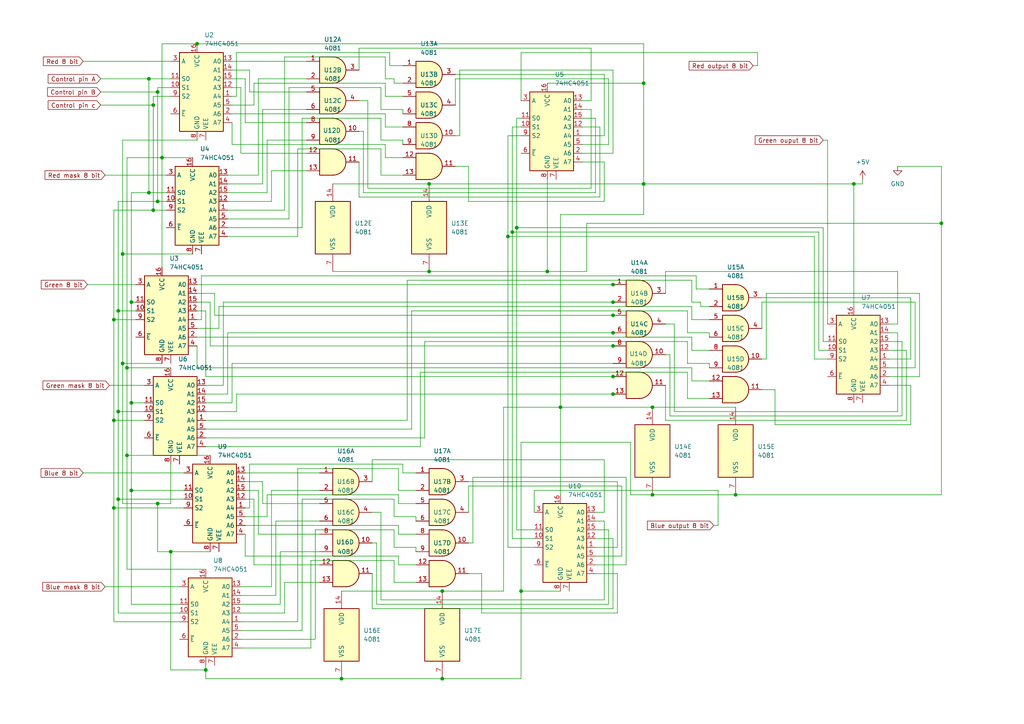
<source format=kicad_sch>
(kicad_sch (version 20250114) (generator "eeschema") (generator_version "9.0")
  (paper "A4")
  (lib_symbols
    (symbol "4xxx:4081" (pin_names (offset 1.016))
      (property "Reference" "U" (at 0 1.27 0))
      (property "Value" "4081" (at 0 -1.27 0))
      (symbol "4081_1_1"
        (arc (start 0 3.81) (mid 3.7934 0) (end 0 -3.81) (stroke (width 0.254)) (fill (type background)))
        (polyline (pts (xy 0 3.81) (xy -3.81 3.81) (xy -3.81 -3.81) (xy 0 -3.81)) (stroke (width 0.254)) (fill (type background)))
        (pin input line (at -7.62 2.54 0) (length 3.81) (name "~") (number "1"))
        (pin input line (at -7.62 -2.54 0) (length 3.81) (name "~") (number "2"))
        (pin output line (at 7.62 0 180) (length 3.81) (name "~") (number "3"))
      )
      (symbol "4081_1_2"
        (arc (start -3.81 3.81) (mid -2.589 0) (end -3.81 -3.81) (stroke (width 0.254)))
        (polyline (pts (xy -3.81 3.81) (xy -0.635 3.81)) (stroke (width 0.254)) (fill (type background)))
        (polyline (pts (xy -3.81 -3.81) (xy -0.635 -3.81)) (stroke (width 0.254)) (fill (type background)))
        (arc (start 3.81 0) (mid 2.1855 -2.584) (end -0.6096 -3.81) (stroke (width 0.254)) (fill (type background)))
        (arc (start -0.6096 3.81) (mid 2.1928 2.5924) (end 3.81 0) (stroke (width 0.254)) (fill (type background)))
        (polyline (pts (xy -0.635 3.81) (xy -3.81 3.81) (xy -3.81 3.81) (xy -3.556 3.4036) (xy -3.0226 2.2606) (xy -2.6924 1.0414) (xy -2.6162 -0.254) (xy -2.7686 -1.4986) (xy -3.175 -2.7178) (xy -3.81 -3.81) (xy -3.81 -3.81) (xy -0.635 -3.81)) (stroke (width -25.4)) (fill (type background)))
        (pin input inverted (at -7.62 2.54 0) (length 4.318) (name "~") (number "1"))
        (pin input inverted (at -7.62 -2.54 0) (length 4.318) (name "~") (number "2"))
        (pin output inverted (at 7.62 0 180) (length 3.81) (name "~") (number "3"))
      )
      (symbol "4081_2_1"
        (arc (start 0 3.81) (mid 3.7934 0) (end 0 -3.81) (stroke (width 0.254)) (fill (type background)))
        (polyline (pts (xy 0 3.81) (xy -3.81 3.81) (xy -3.81 -3.81) (xy 0 -3.81)) (stroke (width 0.254)) (fill (type background)))
        (pin input line (at -7.62 2.54 0) (length 3.81) (name "~") (number "5"))
        (pin input line (at -7.62 -2.54 0) (length 3.81) (name "~") (number "6"))
        (pin output line (at 7.62 0 180) (length 3.81) (name "~") (number "4"))
      )
      (symbol "4081_2_2"
        (arc (start -3.81 3.81) (mid -2.589 0) (end -3.81 -3.81) (stroke (width 0.254)))
        (polyline (pts (xy -3.81 3.81) (xy -0.635 3.81)) (stroke (width 0.254)) (fill (type background)))
        (polyline (pts (xy -3.81 -3.81) (xy -0.635 -3.81)) (stroke (width 0.254)) (fill (type background)))
        (arc (start 3.81 0) (mid 2.1855 -2.584) (end -0.6096 -3.81) (stroke (width 0.254)) (fill (type background)))
        (arc (start -0.6096 3.81) (mid 2.1928 2.5924) (end 3.81 0) (stroke (width 0.254)) (fill (type background)))
        (polyline (pts (xy -0.635 3.81) (xy -3.81 3.81) (xy -3.81 3.81) (xy -3.556 3.4036) (xy -3.0226 2.2606) (xy -2.6924 1.0414) (xy -2.6162 -0.254) (xy -2.7686 -1.4986) (xy -3.175 -2.7178) (xy -3.81 -3.81) (xy -3.81 -3.81) (xy -0.635 -3.81)) (stroke (width -25.4)) (fill (type background)))
        (pin input inverted (at -7.62 2.54 0) (length 4.318) (name "~") (number "5"))
        (pin input inverted (at -7.62 -2.54 0) (length 4.318) (name "~") (number "6"))
        (pin output inverted (at 7.62 0 180) (length 3.81) (name "~") (number "4"))
      )
      (symbol "4081_3_1"
        (arc (start 0 3.81) (mid 3.7934 0) (end 0 -3.81) (stroke (width 0.254)) (fill (type background)))
        (polyline (pts (xy 0 3.81) (xy -3.81 3.81) (xy -3.81 -3.81) (xy 0 -3.81)) (stroke (width 0.254)) (fill (type background)))
        (pin input line (at -7.62 2.54 0) (length 3.81) (name "~") (number "8"))
        (pin input line (at -7.62 -2.54 0) (length 3.81) (name "~") (number "9"))
        (pin output line (at 7.62 0 180) (length 3.81) (name "~") (number "10"))
      )
      (symbol "4081_3_2"
        (arc (start -3.81 3.81) (mid -2.589 0) (end -3.81 -3.81) (stroke (width 0.254)))
        (polyline (pts (xy -3.81 3.81) (xy -0.635 3.81)) (stroke (width 0.254)) (fill (type background)))
        (polyline (pts (xy -3.81 -3.81) (xy -0.635 -3.81)) (stroke (width 0.254)) (fill (type background)))
        (arc (start 3.81 0) (mid 2.1855 -2.584) (end -0.6096 -3.81) (stroke (width 0.254)) (fill (type background)))
        (arc (start -0.6096 3.81) (mid 2.1928 2.5924) (end 3.81 0) (stroke (width 0.254)) (fill (type background)))
        (polyline (pts (xy -0.635 3.81) (xy -3.81 3.81) (xy -3.81 3.81) (xy -3.556 3.4036) (xy -3.0226 2.2606) (xy -2.6924 1.0414) (xy -2.6162 -0.254) (xy -2.7686 -1.4986) (xy -3.175 -2.7178) (xy -3.81 -3.81) (xy -3.81 -3.81) (xy -0.635 -3.81)) (stroke (width -25.4)) (fill (type background)))
        (pin input inverted (at -7.62 2.54 0) (length 4.318) (name "~") (number "8"))
        (pin input inverted (at -7.62 -2.54 0) (length 4.318) (name "~") (number "9"))
        (pin output inverted (at 7.62 0 180) (length 3.81) (name "~") (number "10"))
      )
      (symbol "4081_4_1"
        (arc (start 0 3.81) (mid 3.7934 0) (end 0 -3.81) (stroke (width 0.254)) (fill (type background)))
        (polyline (pts (xy 0 3.81) (xy -3.81 3.81) (xy -3.81 -3.81) (xy 0 -3.81)) (stroke (width 0.254)) (fill (type background)))
        (pin input line (at -7.62 2.54 0) (length 3.81) (name "~") (number "12"))
        (pin input line (at -7.62 -2.54 0) (length 3.81) (name "~") (number "13"))
        (pin output line (at 7.62 0 180) (length 3.81) (name "~") (number "11"))
      )
      (symbol "4081_4_2"
        (arc (start -3.81 3.81) (mid -2.589 0) (end -3.81 -3.81) (stroke (width 0.254)))
        (polyline (pts (xy -3.81 3.81) (xy -0.635 3.81)) (stroke (width 0.254)) (fill (type background)))
        (polyline (pts (xy -3.81 -3.81) (xy -0.635 -3.81)) (stroke (width 0.254)) (fill (type background)))
        (arc (start 3.81 0) (mid 2.1855 -2.584) (end -0.6096 -3.81) (stroke (width 0.254)) (fill (type background)))
        (arc (start -0.6096 3.81) (mid 2.1928 2.5924) (end 3.81 0) (stroke (width 0.254)) (fill (type background)))
        (polyline (pts (xy -0.635 3.81) (xy -3.81 3.81) (xy -3.81 3.81) (xy -3.556 3.4036) (xy -3.0226 2.2606) (xy -2.6924 1.0414) (xy -2.6162 -0.254) (xy -2.7686 -1.4986) (xy -3.175 -2.7178) (xy -3.81 -3.81) (xy -3.81 -3.81) (xy -0.635 -3.81)) (stroke (width -25.4)) (fill (type background)))
        (pin input inverted (at -7.62 2.54 0) (length 4.318) (name "~") (number "12"))
        (pin input inverted (at -7.62 -2.54 0) (length 4.318) (name "~") (number "13"))
        (pin output inverted (at 7.62 0 180) (length 3.81) (name "~") (number "11"))
      )
      (symbol "4081_5_0"
        (pin power_in line (at 0 12.7 270) (length 5.08) (name "VDD") (number "14"))
        (pin power_in line (at 0 -12.7 90) (length 5.08) (name "VSS") (number "7"))
      )
      (symbol "4081_5_1"
        (rectangle (start -5.08 7.62) (end 5.08 -7.62) (stroke (width 0.254)) (fill (type background)))
      )
    )
    (symbol "74xx:74HC4051"
      (property "Reference" "U" (at -5.08 11.43 0))
      (property "Value" "74HC4051" (at -7.62 -13.97 0))
      (symbol "74HC4051_0_1"
        (rectangle (start -5.08 10.16) (end 7.62 -12.7) (stroke (width 0.254)) (fill (type background)))
      )
      (symbol "74HC4051_1_1"
        (pin passive line (at -7.62 7.62 0) (length 2.54) (name "A") (number "3"))
        (pin input line (at -7.62 2.54 0) (length 2.54) (name "S0") (number "11"))
        (pin input line (at -7.62 0 0) (length 2.54) (name "S1") (number "10"))
        (pin input line (at -7.62 -2.54 0) (length 2.54) (name "S2") (number "9"))
        (pin input line (at -7.62 -7.62 0) (length 2.54) (name "~{E}") (number "6"))
        (pin power_in line (at 0 12.7 270) (length 2.54) (name "VCC") (number "16"))
        (pin power_in line (at 0 -15.24 90) (length 2.54) (name "GND") (number "8"))
        (pin power_in line (at 2.54 -15.24 90) (length 2.54) (name "VEE") (number "7"))
        (pin passive line (at 10.16 7.62 180) (length 2.54) (name "A0") (number "13"))
        (pin passive line (at 10.16 5.08 180) (length 2.54) (name "A1") (number "14"))
        (pin passive line (at 10.16 2.54 180) (length 2.54) (name "A2") (number "15"))
        (pin passive line (at 10.16 0 180) (length 2.54) (name "A3") (number "12"))
        (pin passive line (at 10.16 -2.54 180) (length 2.54) (name "A4") (number "1"))
        (pin passive line (at 10.16 -5.08 180) (length 2.54) (name "A5") (number "5"))
        (pin passive line (at 10.16 -7.62 180) (length 2.54) (name "A6") (number "2"))
        (pin passive line (at 10.16 -10.16 180) (length 2.54) (name "A7") (number "4"))
      )
    )
    (symbol "power:+5V" (power) (pin_numbers (hide yes)) (pin_names (offset 0) (hide yes))
      (property "Value" "+5V" (at 0 3.556 0))
      (symbol "+5V_0_1"
        (polyline (pts (xy -0.762 1.27) (xy 0 2.54)))
        (polyline (pts (xy 0 2.54) (xy 0.762 1.27)))
        (polyline (pts (xy 0 0) (xy 0 2.54)))
      )
      (symbol "+5V_1_1"
        (pin power_in line (at 0 0 90) (length 0) (name "~") (number "1"))
      )
    )
    (symbol "power:GND" (power) (pin_numbers (hide yes)) (pin_names (offset 0) (hide yes))
      (property "Value" "GND" (at 0 -3.81 0))
      (symbol "GND_0_1"
        (polyline (pts (xy 0 0) (xy 0 -1.27) (xy 1.27 -1.27) (xy 0 -2.54) (xy -1.27 -1.27) (xy 0 -1.27)))
      )
      (symbol "GND_1_1"
        (pin power_in line (at 0 0 270) (length 0) (name "~") (number "1"))
      )
    )
  )
  (junction (at 177.8 82.55))
  (junction (at 177.8 114.3))
  (junction (at 36.83 132.08))
  (junction (at 43.18 55.88))
  (junction (at 59.69 194.31))
  (junction (at 148.59 67.31))
  (junction (at 45.72 26.67))
  (junction (at 33.02 121.92))
  (junction (at 273.05 64.77))
  (junction (at 34.29 119.38))
  (junction (at 35.56 73.66))
  (junction (at 124.46 53.34))
  (junction (at 186.69 53.34))
  (junction (at 38.1 142.24))
  (junction (at 177.8 109.22))
  (junction (at 46.99 45.72))
  (junction (at 57.15 12.7))
  (junction (at 128.27 171.45))
  (junction (at 44.45 60.96))
  (junction (at 177.8 91.44))
  (junction (at 177.8 87.63))
  (junction (at 189.23 143.51))
  (junction (at 33.02 92.71))
  (junction (at 147.32 68.58))
  (junction (at 43.18 22.86))
  (junction (at 177.8 100.33))
  (junction (at 247.65 53.34))
  (junction (at 45.72 146.05))
  (junction (at 149.86 66.04))
  (junction (at 33.02 147.32))
  (junction (at 45.72 58.42))
  (junction (at 99.06 196.85))
  (junction (at 158.75 78.74))
  (junction (at 186.69 24.13))
  (junction (at 189.23 118.11))
  (junction (at 36.83 106.68))
  (junction (at 151.13 171.45))
  (junction (at 177.8 96.52))
  (junction (at 124.46 78.74))
  (junction (at 44.45 30.48))
  (junction (at 35.56 105.41))
  (junction (at 38.1 87.63))
  (junction (at 162.56 118.11))
  (junction (at 38.1 116.84))
  (junction (at 213.36 143.51))
  (junction (at 49.53 160.02))
  (junction (at 34.29 144.78))
  (junction (at 34.29 90.17))
  (junction (at 128.27 196.85))
  (wire (pts (xy 199.39 115.57) (xy 205.74 115.57)))
  (wire (pts (xy 186.69 62.23) (xy 162.56 62.23)))
  (wire (pts (xy 177.8 82.55) (xy 180.34 82.55)))
  (wire (pts (xy 158.75 78.74) (xy 170.18 78.74)))
  (wire (pts (xy 72.39 26.67) (xy 72.39 20.32)))
  (wire (pts (xy 175.26 133.35) (xy 175.26 148.59)))
  (wire (pts (xy 67.31 35.56) (xy 67.31 41.91)))
  (wire (pts (xy 34.29 144.78) (xy 34.29 119.38)))
  (wire (pts (xy 104.14 46.99) (xy 104.14 57.15)))
  (wire (pts (xy 236.22 104.14) (xy 236.22 68.58)))
  (wire (pts (xy 106.68 29.21) (xy 106.68 54.61)))
  (wire (pts (xy 111.76 22.86) (xy 114.3 22.86)))
  (wire (pts (xy 107.95 166.37) (xy 107.95 176.53)))
  (wire (pts (xy 146.05 171.45) (xy 128.27 171.45)))
  (wire (pts (xy 59.69 127) (xy 123.19 127)))
  (wire (pts (xy 57.15 95.25) (xy 63.5 95.25)))
  (wire (pts (xy 175.26 148.59) (xy 172.72 148.59)))
  (wire (pts (xy 67.31 30.48) (xy 73.66 30.48)))
  (wire (pts (xy 220.98 87.63) (xy 265.43 87.63)))
  (wire (pts (xy 69.85 170.18) (xy 78.74 170.18)))
  (wire (pts (xy 177.8 20.32) (xy 177.8 44.45)))
  (wire (pts (xy 264.16 104.14) (xy 257.81 104.14)))
  (wire (pts (xy 57.15 90.17) (xy 59.69 90.17)))
  (wire (pts (xy 88.9 26.67) (xy 72.39 26.67)))
  (wire (pts (xy 46.99 12.7) (xy 57.15 12.7)))
  (wire (pts (xy 35.56 73.66) (xy 55.88 73.66)))
  (wire (pts (xy 45.72 160.02) (xy 45.72 146.05)))
  (wire (pts (xy 224.79 123.19) (xy 264.16 123.19)))
  (wire (pts (xy 69.85 175.26) (xy 81.28 175.26)))
  (wire (pts (xy 151.13 171.45) (xy 151.13 196.85)))
  (wire (pts (xy 128.27 196.85) (xy 99.06 196.85)))
  (wire (pts (xy 175.26 58.42) (xy 175.26 46.99)))
  (wire (pts (xy 111.76 24.13) (xy 111.76 27.94)))
  (wire (pts (xy 36.83 132.08) (xy 60.96 132.08)))
  (wire (pts (xy 121.92 107.95) (xy 199.39 107.95)))
  (wire (pts (xy 71.12 149.86) (xy 77.47 149.86)))
  (wire (pts (xy 33.02 121.92) (xy 41.91 121.92)))
  (wire (pts (xy 222.25 104.14) (xy 222.25 85.09)))
  (wire (pts (xy 115.57 152.4) (xy 115.57 154.94)))
  (wire (pts (xy 72.39 147.32) (xy 72.39 134.62)))
  (wire (pts (xy 45.72 26.67) (xy 45.72 25.4)))
  (wire (pts (xy 57.15 97.79) (xy 200.66 97.79)))
  (wire (pts (xy 69.85 25.4) (xy 69.85 44.45)))
  (wire (pts (xy 171.45 13.97) (xy 171.45 29.21)))
  (wire (pts (xy 201.93 83.82) (xy 205.74 83.82)))
  (wire (pts (xy 200.66 81.28) (xy 200.66 87.63)))
  (wire (pts (xy 111.76 41.91) (xy 111.76 45.72)))
  (wire (pts (xy 107.95 148.59) (xy 110.49 148.59)))
  (wire (pts (xy 64.77 87.63) (xy 177.8 87.63)))
  (wire (pts (xy 238.76 99.06) (xy 240.03 99.06)))
  (wire (pts (xy 114.3 24.13) (xy 116.84 24.13)))
  (wire (pts (xy 132.08 48.26) (xy 135.89 48.26)))
  (wire (pts (xy 71.12 154.94) (xy 71.12 161.29)))
  (wire (pts (xy 182.88 143.51) (xy 182.88 128.27)))
  (wire (pts (xy 119.38 90.17) (xy 199.39 90.17)))
  (wire (pts (xy 199.39 96.52) (xy 205.74 96.52)))
  (wire (pts (xy 67.31 25.4) (xy 69.85 25.4)))
  (wire (pts (xy 71.12 139.7) (xy 76.2 139.7)))
  (wire (pts (xy 33.02 92.71) (xy 33.02 121.92)))
  (wire (pts (xy 44.45 27.94) (xy 49.53 27.94)))
  (wire (pts (xy 110.49 34.29) (xy 110.49 40.64)))
  (wire (pts (xy 71.12 152.4) (xy 115.57 152.4)))
  (wire (pts (xy 147.32 68.58) (xy 147.32 39.37)))
  (wire (pts (xy 175.26 151.13) (xy 172.72 151.13)))
  (wire (pts (xy 104.14 13.97) (xy 171.45 13.97)))
  (wire (pts (xy 162.56 118.11) (xy 146.05 118.11)))
  (wire (pts (xy 203.2 88.9) (xy 205.74 88.9)))
  (wire (pts (xy 132.08 30.48) (xy 132.08 22.86)))
  (wire (pts (xy 77.47 40.64) (xy 88.9 40.64)))
  (wire (pts (xy 49.53 146.05) (xy 45.72 146.05)))
  (wire (pts (xy 135.89 58.42) (xy 175.26 58.42)))
  (wire (pts (xy 139.7 166.37) (xy 139.7 177.8)))
  (wire (pts (xy 67.31 116.84) (xy 67.31 105.41)))
  (wire (pts (xy 71.12 22.86) (xy 67.31 22.86)))
  (wire (pts (xy 135.89 157.48) (xy 137.16 157.48)))
  (wire (pts (xy 83.82 63.5) (xy 83.82 25.4)))
  (wire (pts (xy 115.57 142.24) (xy 120.65 142.24)))
  (wire (pts (xy 107.95 176.53) (xy 177.8 176.53)))
  (wire (pts (xy 73.66 144.78) (xy 73.66 163.83)))
  (wire (pts (xy 273.05 48.26) (xy 260.35 48.26)))
  (wire (pts (xy 154.94 158.75) (xy 147.32 158.75)))
  (wire (pts (xy 76.2 146.05) (xy 76.2 139.7)))
  (wire (pts (xy 90.17 187.96) (xy 90.17 162.56)))
  (wire (pts (xy 116.84 40.64) (xy 116.84 41.91)))
  (wire (pts (xy 105.41 55.88) (xy 172.72 55.88)))
  (wire (pts (xy 68.58 15.24) (xy 113.03 15.24)))
  (wire (pts (xy 35.56 105.41) (xy 35.56 146.05)))
  (wire (pts (xy 59.69 196.85) (xy 99.06 196.85)))
  (wire (pts (xy 57.15 92.71) (xy 58.42 92.71)))
  (wire (pts (xy 193.04 102.87) (xy 194.31 102.87)))
  (wire (pts (xy 179.07 166.37) (xy 172.72 166.37)))
  (wire (pts (xy 66.04 55.88) (xy 77.47 55.88)))
  (wire (pts (xy 176.53 41.91) (xy 168.91 41.91)))
  (wire (pts (xy 193.04 121.92) (xy 262.89 121.92)))
  (wire (pts (xy 59.69 194.31) (xy 59.69 196.85)))
  (wire (pts (xy 74.93 154.94) (xy 92.71 154.94)))
  (wire (pts (xy 261.62 99.06) (xy 257.81 99.06)))
  (wire (pts (xy 177.8 114.3) (xy 180.34 114.3)))
  (wire (pts (xy 73.66 24.13) (xy 111.76 24.13)))
  (wire (pts (xy 194.31 102.87) (xy 194.31 120.65)))
  (wire (pts (xy 110.49 43.18) (xy 110.49 50.8)))
  (wire (pts (xy 114.3 162.56) (xy 114.3 168.91)))
  (wire (pts (xy 34.29 119.38) (xy 41.91 119.38)))
  (wire (pts (xy 57.15 82.55) (xy 177.8 82.55)))
  (wire (pts (xy 91.44 185.42) (xy 91.44 153.67)))
  (wire (pts (xy 147.32 158.75) (xy 147.32 68.58)))
  (wire (pts (xy 193.04 85.09) (xy 193.04 78.74)))
  (wire (pts (xy 49.53 194.31) (xy 59.69 194.31)))
  (wire (pts (xy 186.69 53.34) (xy 186.69 62.23)))
  (wire (pts (xy 33.02 147.32) (xy 33.02 180.34)))
  (wire (pts (xy 120.65 149.86) (xy 120.65 151.13)))
  (wire (pts (xy 237.49 101.6) (xy 240.03 101.6)))
  (wire (pts (xy 110.49 173.99) (xy 175.26 173.99)))
  (wire (pts (xy 205.74 96.52) (xy 205.74 97.79)))
  (wire (pts (xy 250.19 53.34) (xy 247.65 53.34)))
  (wire (pts (xy 170.18 64.77) (xy 273.05 64.77)))
  (wire (pts (xy 25.4 82.55) (xy 39.37 82.55)))
  (wire (pts (xy 43.18 55.88) (xy 48.26 55.88)))
  (wire (pts (xy 66.04 68.58) (xy 86.36 68.58)))
  (wire (pts (xy 266.7 109.22) (xy 257.81 109.22)))
  (wire (pts (xy 193.04 111.76) (xy 193.04 121.92)))
  (wire (pts (xy 151.13 171.45) (xy 162.56 171.45)))
  (wire (pts (xy 123.19 99.06) (xy 199.39 99.06)))
  (wire (pts (xy 116.84 137.16) (xy 120.65 137.16)))
  (wire (pts (xy 158.75 52.07) (xy 158.75 78.74)))
  (wire (pts (xy 135.89 148.59) (xy 135.89 140.97)))
  (wire (pts (xy 148.59 36.83) (xy 148.59 67.31)))
  (wire (pts (xy 64.77 111.76) (xy 64.77 87.63)))
  (wire (pts (xy 104.14 38.1) (xy 105.41 38.1)))
  (wire (pts (xy 82.55 168.91) (xy 92.71 168.91)))
  (wire (pts (xy 59.69 119.38) (xy 68.58 119.38)))
  (wire (pts (xy 240.03 40.64) (xy 240.03 93.98)))
  (wire (pts (xy 262.89 101.6) (xy 257.81 101.6)))
  (wire (pts (xy 264.16 86.36) (xy 264.16 104.14)))
  (wire (pts (xy 176.53 175.26) (xy 176.53 153.67)))
  (wire (pts (xy 201.93 80.01) (xy 201.93 83.82)))
  (wire (pts (xy 113.03 19.05) (xy 116.84 19.05)))
  (wire (pts (xy 105.41 38.1) (xy 105.41 55.88)))
  (wire (pts (xy 46.99 45.72) (xy 46.99 12.7)))
  (wire (pts (xy 44.45 30.48) (xy 44.45 27.94)))
  (wire (pts (xy 240.03 104.14) (xy 236.22 104.14)))
  (wire (pts (xy 82.55 16.51) (xy 111.76 16.51)))
  (wire (pts (xy 149.86 153.67) (xy 154.94 153.67)))
  (wire (pts (xy 111.76 33.02) (xy 111.76 36.83)))
  (wire (pts (xy 111.76 16.51) (xy 111.76 22.86)))
  (wire (pts (xy 177.8 91.44) (xy 62.23 91.44)))
  (wire (pts (xy 177.8 87.63) (xy 180.34 87.63)))
  (wire (pts (xy 59.69 111.76) (xy 64.77 111.76)))
  (wire (pts (xy 132.08 39.37) (xy 133.35 39.37)))
  (wire (pts (xy 35.56 105.41) (xy 35.56 73.66)))
  (wire (pts (xy 189.23 143.51) (xy 213.36 143.51)))
  (wire (pts (xy 224.79 113.03) (xy 224.79 123.19)))
  (wire (pts (xy 139.7 177.8) (xy 179.07 177.8)))
  (wire (pts (xy 96.52 53.34) (xy 124.46 53.34)))
  (wire (pts (xy 177.8 109.22) (xy 180.34 109.22)))
  (wire (pts (xy 36.83 45.72) (xy 36.83 106.68)))
  (wire (pts (xy 200.66 88.9) (xy 200.66 92.71)))
  (wire (pts (xy 46.99 105.41) (xy 35.56 105.41)))
  (wire (pts (xy 220.98 95.25) (xy 220.98 87.63)))
  (wire (pts (xy 52.07 177.8) (xy 34.29 177.8)))
  (wire (pts (xy 87.63 34.29) (xy 110.49 34.29)))
  (wire (pts (xy 114.3 153.67) (xy 114.3 158.75)))
  (wire (pts (xy 186.69 24.13) (xy 158.75 24.13)))
  (wire (pts (xy 110.49 31.75) (xy 116.84 31.75)))
  (wire (pts (xy 69.85 172.72) (xy 80.01 172.72)))
  (wire (pts (xy 199.39 90.17) (xy 199.39 96.52)))
  (wire (pts (xy 124.46 53.34) (xy 186.69 53.34)))
  (wire (pts (xy 35.56 146.05) (xy 45.72 146.05)))
  (wire (pts (xy 36.83 165.1) (xy 59.69 165.1)))
  (wire (pts (xy 33.02 60.96) (xy 33.02 92.71)))
  (wire (pts (xy 237.49 67.31) (xy 237.49 101.6)))
  (wire (pts (xy 69.85 187.96) (xy 90.17 187.96)))
  (wire (pts (xy 149.86 34.29) (xy 149.86 66.04)))
  (wire (pts (xy 58.42 80.01) (xy 201.93 80.01)))
  (wire (pts (xy 59.69 124.46) (xy 119.38 124.46)))
  (wire (pts (xy 213.36 143.51) (xy 273.05 143.51)))
  (wire (pts (xy 73.66 163.83) (xy 92.71 163.83)))
  (wire (pts (xy 69.85 44.45) (xy 88.9 44.45)))
  (wire (pts (xy 30.48 50.8) (xy 48.26 50.8)))
  (wire (pts (xy 170.18 78.74) (xy 170.18 64.77)))
  (wire (pts (xy 60.96 87.63) (xy 60.96 100.33)))
  (wire (pts (xy 124.46 78.74) (xy 158.75 78.74)))
  (wire (pts (xy 57.15 100.33) (xy 57.15 106.68)))
  (wire (pts (xy 208.28 142.24) (xy 208.28 152.4)))
  (wire (pts (xy 177.8 91.44) (xy 180.34 91.44)))
  (wire (pts (xy 33.02 180.34) (xy 52.07 180.34)))
  (wire (pts (xy 213.36 118.11) (xy 189.23 118.11)))
  (wire (pts (xy 35.56 40.64) (xy 57.15 40.64)))
  (wire (pts (xy 180.34 140.97) (xy 180.34 161.29)))
  (wire (pts (xy 109.22 175.26) (xy 176.53 175.26)))
  (wire (pts (xy 33.02 92.71) (xy 39.37 92.71)))
  (wire (pts (xy 104.14 29.21) (xy 106.68 29.21)))
  (wire (pts (xy 238.76 40.64) (xy 240.03 40.64)))
  (wire (pts (xy 177.8 44.45) (xy 168.91 44.45)))
  (wire (pts (xy 62.23 91.44) (xy 62.23 85.09)))
  (wire (pts (xy 177.8 96.52) (xy 180.34 96.52)))
  (wire (pts (xy 123.19 127) (xy 123.19 99.06)))
  (wire (pts (xy 49.53 160.02) (xy 60.96 160.02)))
  (wire (pts (xy 273.05 64.77) (xy 273.05 48.26)))
  (wire (pts (xy 38.1 116.84) (xy 38.1 87.63)))
  (wire (pts (xy 199.39 99.06) (xy 199.39 105.41)))
  (wire (pts (xy 133.35 20.32) (xy 177.8 20.32)))
  (wire (pts (xy 33.02 147.32) (xy 53.34 147.32)))
  (wire (pts (xy 59.69 121.92) (xy 118.11 121.92)))
  (wire (pts (xy 175.26 39.37) (xy 168.91 39.37)))
  (wire (pts (xy 114.3 168.91) (xy 120.65 168.91)))
  (wire (pts (xy 172.72 55.88) (xy 172.72 34.29)))
  (wire (pts (xy 220.98 113.03) (xy 224.79 113.03)))
  (wire (pts (xy 82.55 177.8) (xy 82.55 168.91)))
  (wire (pts (xy 186.69 24.13) (xy 186.69 12.7)))
  (wire (pts (xy 58.42 92.71) (xy 58.42 80.01)))
  (wire (pts (xy 31.75 111.76) (xy 41.91 111.76)))
  (wire (pts (xy 66.04 114.3) (xy 66.04 96.52)))
  (wire (pts (xy 74.93 142.24) (xy 74.93 154.94)))
  (wire (pts (xy 111.76 45.72) (xy 116.84 45.72)))
  (wire (pts (xy 86.36 180.34) (xy 86.36 135.89)))
  (wire (pts (xy 149.86 66.04) (xy 238.76 66.04)))
  (wire (pts (xy 176.53 153.67) (xy 172.72 153.67)))
  (wire (pts (xy 111.76 27.94) (xy 116.84 27.94)))
  (wire (pts (xy 80.01 172.72) (xy 80.01 151.13)))
  (wire (pts (xy 110.49 40.64) (xy 116.84 40.64)))
  (wire (pts (xy 69.85 177.8) (xy 82.55 177.8)))
  (wire (pts (xy 34.29 119.38) (xy 34.29 90.17)))
  (wire (pts (xy 118.11 81.28) (xy 200.66 81.28)))
  (wire (pts (xy 186.69 53.34) (xy 186.69 24.13)))
  (wire (pts (xy 66.04 60.96) (xy 82.55 60.96)))
  (wire (pts (xy 133.35 39.37) (xy 133.35 20.32)))
  (wire (pts (xy 171.45 31.75) (xy 168.91 31.75)))
  (wire (pts (xy 69.85 182.88) (xy 87.63 182.88)))
  (wire (pts (xy 162.56 118.11) (xy 189.23 118.11)))
  (wire (pts (xy 24.13 137.16) (xy 53.34 137.16)))
  (wire (pts (xy 29.21 26.67) (xy 45.72 26.67)))
  (wire (pts (xy 67.31 27.94) (xy 68.58 27.94)))
  (wire (pts (xy 176.53 22.86) (xy 176.53 41.91)))
  (wire (pts (xy 86.36 43.18) (xy 110.49 43.18)))
  (wire (pts (xy 43.18 55.88) (xy 38.1 55.88)))
  (wire (pts (xy 60.96 87.63) (xy 57.15 87.63)))
  (wire (pts (xy 63.5 88.9) (xy 200.66 88.9)))
  (wire (pts (xy 114.3 22.86) (xy 114.3 24.13)))
  (wire (pts (xy 132.08 22.86) (xy 176.53 22.86)))
  (wire (pts (xy 34.29 90.17) (xy 39.37 90.17)))
  (wire (pts (xy 86.36 68.58) (xy 86.36 43.18)))
  (wire (pts (xy 59.69 194.31) (xy 59.69 193.04)))
  (wire (pts (xy 49.53 146.05) (xy 49.53 134.62)))
  (wire (pts (xy 116.84 31.75) (xy 116.84 33.02)))
  (wire (pts (xy 120.65 158.75) (xy 120.65 160.02)))
  (wire (pts (xy 264.16 123.19) (xy 264.16 111.76)))
  (wire (pts (xy 203.2 87.63) (xy 203.2 88.9)))
  (wire (pts (xy 38.1 55.88) (xy 38.1 87.63)))
  (wire (pts (xy 57.15 12.7) (xy 186.69 12.7)))
  (wire (pts (xy 151.13 15.24) (xy 219.71 15.24)))
  (wire (pts (xy 171.45 54.61) (xy 171.45 31.75)))
  (wire (pts (xy 43.18 22.86) (xy 49.53 22.86)))
  (wire (pts (xy 74.93 50.8) (xy 74.93 22.86)))
  (wire (pts (xy 59.69 116.84) (xy 67.31 116.84)))
  (wire (pts (xy 162.56 118.11) (xy 162.56 143.51)))
  (wire (pts (xy 260.35 78.74) (xy 260.35 93.98)))
  (wire (pts (xy 149.86 66.04) (xy 149.86 153.67)))
  (wire (pts (xy 76.2 53.34) (xy 76.2 31.75)))
  (wire (pts (xy 38.1 175.26) (xy 38.1 142.24)))
  (wire (pts (xy 116.84 134.62) (xy 116.84 137.16)))
  (wire (pts (xy 107.95 157.48) (xy 109.22 157.48)))
  (wire (pts (xy 67.31 17.78) (xy 88.9 17.78)))
  (wire (pts (xy 96.52 78.74) (xy 124.46 78.74)))
  (wire (pts (xy 115.57 146.05) (xy 120.65 146.05)))
  (wire (pts (xy 66.04 50.8) (xy 74.93 50.8)))
  (wire (pts (xy 45.72 26.67) (xy 45.72 58.42)))
  (wire (pts (xy 200.66 97.79) (xy 200.66 101.6)))
  (wire (pts (xy 121.92 129.54) (xy 121.92 107.95)))
  (wire (pts (xy 147.32 39.37) (xy 151.13 39.37)))
  (wire (pts (xy 110.49 25.4) (xy 110.49 31.75)))
  (wire (pts (xy 195.58 119.38) (xy 260.35 119.38)))
  (wire (pts (xy 266.7 85.09) (xy 266.7 109.22)))
  (wire (pts (xy 177.8 100.33) (xy 180.34 100.33)))
  (wire (pts (xy 238.76 66.04) (xy 238.76 99.06)))
  (wire (pts (xy 195.58 93.98) (xy 195.58 119.38)))
  (wire (pts (xy 219.71 19.05) (xy 219.71 15.24)))
  (wire (pts (xy 33.02 121.92) (xy 33.02 147.32)))
  (wire (pts (xy 78.74 170.18) (xy 78.74 142.24)))
  (wire (pts (xy 119.38 124.46) (xy 119.38 90.17)))
  (wire (pts (xy 193.04 78.74) (xy 260.35 78.74)))
  (wire (pts (xy 205.74 105.41) (xy 205.74 106.68)))
  (wire (pts (xy 45.72 58.42) (xy 48.26 58.42)))
  (wire (pts (xy 71.12 137.16) (xy 92.71 137.16)))
  (wire (pts (xy 173.99 36.83) (xy 168.91 36.83)))
  (wire (pts (xy 38.1 116.84) (xy 38.1 142.24)))
  (wire (pts (xy 77.47 149.86) (xy 77.47 143.51)))
  (wire (pts (xy 154.94 148.59) (xy 154.94 142.24)))
  (wire (pts (xy 110.49 148.59) (xy 110.49 173.99)))
  (wire (pts (xy 260.35 119.38) (xy 260.35 96.52)))
  (wire (pts (xy 83.82 25.4) (xy 110.49 25.4)))
  (wire (pts (xy 179.07 158.75) (xy 172.72 158.75)))
  (wire (pts (xy 78.74 58.42) (xy 78.74 49.53)))
  (wire (pts (xy 179.07 177.8) (xy 179.07 166.37)))
  (wire (pts (xy 181.61 163.83) (xy 172.72 163.83)))
  (wire (pts (xy 135.89 166.37) (xy 139.7 166.37)))
  (wire (pts (xy 36.83 106.68) (xy 36.83 132.08)))
  (wire (pts (xy 151.13 29.21) (xy 151.13 15.24)))
  (wire (pts (xy 114.3 149.86) (xy 120.65 149.86)))
  (wire (pts (xy 86.36 135.89) (xy 115.57 135.89)))
  (wire (pts (xy 66.04 58.42) (xy 78.74 58.42)))
  (wire (pts (xy 30.48 170.18) (xy 52.07 170.18)))
  (wire (pts (xy 34.29 177.8) (xy 34.29 144.78)))
  (wire (pts (xy 29.21 30.48) (xy 44.45 30.48)))
  (wire (pts (xy 57.15 106.68) (xy 200.66 106.68)))
  (wire (pts (xy 82.55 60.96) (xy 82.55 16.51)))
  (wire (pts (xy 260.35 93.98) (xy 257.81 93.98)))
  (wire (pts (xy 113.03 15.24) (xy 113.03 19.05)))
  (wire (pts (xy 46.99 45.72) (xy 55.88 45.72)))
  (wire (pts (xy 24.13 17.78) (xy 49.53 17.78)))
  (wire (pts (xy 77.47 55.88) (xy 77.47 40.64)))
  (wire (pts (xy 66.04 66.04) (xy 87.63 66.04)))
  (wire (pts (xy 44.45 60.96) (xy 48.26 60.96)))
  (wire (pts (xy 104.14 20.32) (xy 104.14 13.97)))
  (wire (pts (xy 179.07 139.7) (xy 179.07 158.75)))
  (wire (pts (xy 175.26 46.99) (xy 168.91 46.99)))
  (wire (pts (xy 68.58 114.3) (xy 177.8 114.3)))
  (wire (pts (xy 265.43 87.63) (xy 265.43 106.68)))
  (wire (pts (xy 34.29 58.42) (xy 34.29 90.17)))
  (wire (pts (xy 71.12 144.78) (xy 73.66 144.78)))
  (wire (pts (xy 199.39 107.95) (xy 199.39 115.57)))
  (wire (pts (xy 46.99 45.72) (xy 36.83 45.72)))
  (wire (pts (xy 74.93 142.24) (xy 71.12 142.24)))
  (wire (pts (xy 29.21 22.86) (xy 43.18 22.86)))
  (wire (pts (xy 52.07 175.26) (xy 38.1 175.26)))
  (wire (pts (xy 148.59 67.31) (xy 148.59 156.21)))
  (wire (pts (xy 36.83 132.08) (xy 36.83 165.1)))
  (wire (pts (xy 135.89 139.7) (xy 179.07 139.7)))
  (wire (pts (xy 44.45 60.96) (xy 33.02 60.96)))
  (wire (pts (xy 261.62 120.65) (xy 261.62 99.06)))
  (wire (pts (xy 67.31 20.32) (xy 72.39 20.32)))
  (wire (pts (xy 69.85 180.34) (xy 86.36 180.34)))
  (wire (pts (xy 151.13 34.29) (xy 149.86 34.29)))
  (wire (pts (xy 66.04 63.5) (xy 83.82 63.5)))
  (wire (pts (xy 63.5 88.9) (xy 63.5 95.25)))
  (wire (pts (xy 115.57 135.89) (xy 115.57 142.24)))
  (wire (pts (xy 81.28 160.02) (xy 92.71 160.02)))
  (wire (pts (xy 43.18 22.86) (xy 43.18 55.88)))
  (wire (pts (xy 264.16 111.76) (xy 257.81 111.76)))
  (wire (pts (xy 71.12 147.32) (xy 72.39 147.32)))
  (wire (pts (xy 262.89 121.92) (xy 262.89 101.6)))
  (wire (pts (xy 200.66 87.63) (xy 203.2 87.63)))
  (wire (pts (xy 45.72 25.4) (xy 49.53 25.4)))
  (wire (pts (xy 74.93 22.86) (xy 88.9 22.86)))
  (wire (pts (xy 66.04 96.52) (xy 177.8 96.52)))
  (wire (pts (xy 193.04 93.98) (xy 195.58 93.98)))
  (wire (pts (xy 220.98 86.36) (xy 264.16 86.36)))
  (wire (pts (xy 135.89 140.97) (xy 180.34 140.97)))
  (wire (pts (xy 194.31 120.65) (xy 261.62 120.65)))
  (wire (pts (xy 200.66 92.71) (xy 205.74 92.71)))
  (wire (pts (xy 148.59 67.31) (xy 237.49 67.31)))
  (wire (pts (xy 199.39 105.41) (xy 205.74 105.41)))
  (wire (pts (xy 182.88 128.27) (xy 151.13 128.27)))
  (wire (pts (xy 60.96 100.33) (xy 177.8 100.33)))
  (wire (pts (xy 34.29 144.78) (xy 53.34 144.78)))
  (wire (pts (xy 49.53 160.02) (xy 49.53 194.31)))
  (wire (pts (xy 107.95 139.7) (xy 107.95 133.35)))
  (wire (pts (xy 111.76 36.83) (xy 116.84 36.83)))
  (wire (pts (xy 90.17 162.56) (xy 114.3 162.56)))
  (wire (pts (xy 236.22 68.58) (xy 147.32 68.58)))
  (wire (pts (xy 104.14 57.15) (xy 173.99 57.15)))
  (wire (pts (xy 175.26 173.99) (xy 175.26 151.13)))
  (wire (pts (xy 92.71 146.05) (xy 76.2 146.05)))
  (wire (pts (xy 151.13 196.85) (xy 128.27 196.85)))
  (wire (pts (xy 72.39 134.62) (xy 116.84 134.62)))
  (wire (pts (xy 171.45 29.21) (xy 168.91 29.21)))
  (wire (pts (xy 132.08 21.59) (xy 175.26 21.59)))
  (wire (pts (xy 45.72 58.42) (xy 34.29 58.42)))
  (wire (pts (xy 87.63 182.88) (xy 87.63 144.78)))
  (wire (pts (xy 180.34 161.29) (xy 172.72 161.29)))
  (wire (pts (xy 59.69 90.17) (xy 59.69 109.22)))
  (wire (pts (xy 114.3 144.78) (xy 114.3 149.86)))
  (wire (pts (xy 78.74 49.53) (xy 88.9 49.53)))
  (wire (pts (xy 67.31 41.91) (xy 111.76 41.91)))
  (wire (pts (xy 115.57 143.51) (xy 115.57 146.05)))
  (wire (pts (xy 68.58 27.94) (xy 68.58 15.24)))
  (wire (pts (xy 35.56 73.66) (xy 35.56 40.64)))
  (wire (pts (xy 99.06 171.45) (xy 128.27 171.45)))
  (wire (pts (xy 36.83 106.68) (xy 49.53 106.68)))
  (wire (pts (xy 66.04 53.34) (xy 76.2 53.34)))
  (wire (pts (xy 44.45 30.48) (xy 44.45 60.96)))
  (wire (pts (xy 81.28 175.26) (xy 81.28 160.02)))
  (wire (pts (xy 57.15 85.09) (xy 62.23 85.09)))
  (wire (pts (xy 162.56 62.23) (xy 162.56 118.11)))
  (wire (pts (xy 87.63 66.04) (xy 87.63 34.29)))
  (wire (pts (xy 146.05 118.11) (xy 146.05 171.45)))
  (wire (pts (xy 247.65 53.34) (xy 186.69 53.34)))
  (wire (pts (xy 41.91 116.84) (xy 38.1 116.84)))
  (wire (pts (xy 78.74 142.24) (xy 92.71 142.24)))
  (wire (pts (xy 154.94 142.24) (xy 208.28 142.24)))
  (wire (pts (xy 49.53 160.02) (xy 45.72 160.02)))
  (wire (pts (xy 68.58 114.3) (xy 68.58 119.38)))
  (wire (pts (xy 38.1 87.63) (xy 39.37 87.63)))
  (wire (pts (xy 71.12 35.56) (xy 88.9 35.56)))
  (wire (pts (xy 115.57 163.83) (xy 120.65 163.83)))
  (wire (pts (xy 200.66 106.68) (xy 200.66 110.49)))
  (wire (pts (xy 67.31 105.41) (xy 177.8 105.41)))
  (wire (pts (xy 67.31 33.02) (xy 111.76 33.02)))
  (wire (pts (xy 151.13 36.83) (xy 148.59 36.83)))
  (wire (pts (xy 260.35 96.52) (xy 257.81 96.52)))
  (wire (pts (xy 222.25 85.09) (xy 266.7 85.09)))
  (wire (pts (xy 137.16 157.48) (xy 137.16 138.43)))
  (wire (pts (xy 69.85 185.42) (xy 91.44 185.42)))
  (wire (pts (xy 71.12 161.29) (xy 115.57 161.29)))
  (wire (pts (xy 220.98 104.14) (xy 222.25 104.14)))
  (wire (pts (xy 114.3 158.75) (xy 120.65 158.75)))
  (wire (pts (xy 181.61 138.43) (xy 181.61 163.83)))
  (wire (pts (xy 118.11 121.92) (xy 118.11 81.28)))
  (wire (pts (xy 59.69 114.3) (xy 66.04 114.3)))
  (wire (pts (xy 177.8 156.21) (xy 172.72 156.21)))
  (wire (pts (xy 173.99 57.15) (xy 173.99 36.83)))
  (wire (pts (xy 115.57 161.29) (xy 115.57 163.83)))
  (wire (pts (xy 200.66 101.6) (xy 205.74 101.6)))
  (wire (pts (xy 135.89 48.26) (xy 135.89 58.42)))
  (wire (pts (xy 59.69 129.54) (xy 121.92 129.54)))
  (wire (pts (xy 109.22 157.48) (xy 109.22 175.26)))
  (wire (pts (xy 247.65 53.34) (xy 247.65 88.9)))
  (wire (pts (xy 250.19 53.34) (xy 250.19 52.07)))
  (wire (pts (xy 80.01 151.13) (xy 92.71 151.13)))
  (wire (pts (xy 107.95 133.35) (xy 175.26 133.35)))
  (wire (pts (xy 200.66 110.49) (xy 205.74 110.49)))
  (wire (pts (xy 73.66 30.48) (xy 73.66 24.13)))
  (wire (pts (xy 137.16 138.43) (xy 181.61 138.43)))
  (wire (pts (xy 77.47 143.51) (xy 115.57 143.51)))
  (wire (pts (xy 172.72 34.29) (xy 168.91 34.29)))
  (wire (pts (xy 59.69 109.22) (xy 177.8 109.22)))
  (wire (pts (xy 46.99 45.72) (xy 46.99 77.47)))
  (wire (pts (xy 177.8 176.53) (xy 177.8 156.21)))
  (wire (pts (xy 106.68 54.61) (xy 171.45 54.61)))
  (wire (pts (xy 189.23 143.51) (xy 182.88 143.51)))
  (wire (pts (xy 265.43 106.68) (xy 257.81 106.68)))
  (wire (pts (xy 91.44 153.67) (xy 114.3 153.67)))
  (wire (pts (xy 76.2 31.75) (xy 88.9 31.75)))
  (wire (pts (xy 208.28 152.4) (xy 207.01 152.4)))
  (wire (pts (xy 175.26 21.59) (xy 175.26 39.37)))
  (wire (pts (xy 38.1 142.24) (xy 53.34 142.24)))
  (wire (pts (xy 218.44 19.05) (xy 219.71 19.05)))
  (wire (pts (xy 115.57 154.94) (xy 120.65 154.94)))
  (wire (pts (xy 151.13 128.27) (xy 151.13 171.45)))
  (wire (pts (xy 148.59 156.21) (xy 154.94 156.21)))
  (wire (pts (xy 71.12 22.86) (xy 71.12 35.56)))
  (wire (pts (xy 273.05 143.51) (xy 273.05 64.77)))
  (wire (pts (xy 110.49 50.8) (xy 116.84 50.8)))
  (wire (pts (xy 87.63 144.78) (xy 114.3 144.78)))
  (global_label "Blue output 8 bit" (shape input) (at 207.01 152.4 180) (property "Intersheetrefs" "${INTERSHEET_REFS}" (effects (hide yes))))
  (global_label "Control pin B" (shape input) (at 29.21 26.67 180) (property "Intersheetrefs" "${INTERSHEET_REFS}" (effects (hide yes))))
  (global_label "Control pin c" (shape input) (at 29.21 30.48 180) (property "Intersheetrefs" "${INTERSHEET_REFS}" (effects (hide yes))))
  (global_label "Blue mask 8 bit" (shape input) (at 30.48 170.18 180) (property "Intersheetrefs" "${INTERSHEET_REFS}" (effects (hide yes))))
  (global_label "Control pin A" (shape input) (at 29.21 22.86 180) (property "Intersheetrefs" "${INTERSHEET_REFS}" (effects (hide yes))))
  (global_label "Red output 8 bit" (shape input) (at 218.44 19.05 180) (property "Intersheetrefs" "${INTERSHEET_REFS}" (effects (hide yes))))
  (global_label "Red 8 bit" (shape input) (at 24.13 17.78 180) (property "Intersheetrefs" "${INTERSHEET_REFS}" (effects (hide yes))))
  (global_label "Blue 8 bit" (shape input) (at 24.13 137.16 180) (property "Intersheetrefs" "${INTERSHEET_REFS}" (effects (hide yes))))
  (global_label "Green 8 bit" (shape input) (at 25.4 82.55 180) (property "Intersheetrefs" "${INTERSHEET_REFS}" (effects (hide yes))))
  (global_label "Green mask 8 bit" (shape input) (at 31.75 111.76 180) (property "Intersheetrefs" "${INTERSHEET_REFS}" (effects (hide yes))))
  (global_label "Green ouput 8 bit" (shape input) (at 238.76 40.64 180) (property "Intersheetrefs" "${INTERSHEET_REFS}" (effects (hide yes))))
  (global_label "Red mask 8 bit" (shape input) (at 30.48 50.8 180) (property "Intersheetrefs" "${INTERSHEET_REFS}" (effects (hide yes))))
  (symbol (lib_id "4xxx:4081") (at 124.46 21.59 0) (unit 1)
    (property "Reference" "U13" (at 124.4517 12.7 0))
    (property "Value" "4081" (at 124.4517 15.24 0))
    (property "Datasheet" "http://www.intersil.com/content/dam/Intersil/documents/cd40/cd4073bms-81bms-82bms.pdf" (effects (hide yes)))
    (property "Description" "Quad And 2 inputs" (effects (hide yes)))
  )
  (symbol (lib_id "74xx:74HC4051") (at 49.53 119.38 0) (unit 1)
    (property "Reference" "U6" (at 51.6733 104.14 0) (effects (justify left)))
    (property "Value" "74HC4051" (at 51.6733 106.68 0) (effects (justify left)))
    (property "Datasheet" "http://www.ti.com/lit/ds/symlink/cd74hc4051.pdf" (effects (hide yes)))
    (property "Description" "8-channel analog multiplexer/demultiplexer, DIP-16/SOIC-16/TSSOP-16" (effects (hide yes)))
  )
  (symbol (lib_id "4xxx:4081") (at 213.36 130.81 0) (unit 5)
    (property "Reference" "U15" (at 219.71 129.5399 0) (effects (justify left)))
    (property "Value" "4081" (at 219.71 132.0799 0) (effects (justify left)))
    (property "Datasheet" "http://www.intersil.com/content/dam/Intersil/documents/cd40/cd4073bms-81bms-82bms.pdf" (effects (hide yes)))
    (property "Description" "Quad And 2 inputs" (effects (hide yes)))
  )
  (symbol (lib_id "4xxx:4081") (at 185.42 111.76 0) (unit 4)
    (property "Reference" "U14" (at 185.166 102.616 0))
    (property "Value" "4081" (at 185.4117 105.41 0))
    (property "Datasheet" "http://www.intersil.com/content/dam/Intersil/documents/cd40/cd4073bms-81bms-82bms.pdf" (effects (hide yes)))
    (property "Description" "Quad And 2 inputs" (effects (hide yes)))
  )
  (symbol (lib_id "4xxx:4081") (at 128.27 157.48 0) (unit 3)
    (property "Reference" "U17" (at 128.2617 148.59 0))
    (property "Value" "4081" (at 128.2617 151.13 0))
    (property "Datasheet" "http://www.intersil.com/content/dam/Intersil/documents/cd40/cd4073bms-81bms-82bms.pdf" (effects (hide yes)))
    (property "Description" "Quad And 2 inputs" (effects (hide yes)))
  )
  (symbol (lib_id "4xxx:4081") (at 128.27 166.37 0) (unit 4)
    (property "Reference" "U17" (at 128.2617 157.48 0))
    (property "Value" "4081" (at 128.2617 160.02 0))
    (property "Datasheet" "http://www.intersil.com/content/dam/Intersil/documents/cd40/cd4073bms-81bms-82bms.pdf" (effects (hide yes)))
    (property "Description" "Quad And 2 inputs" (effects (hide yes)))
  )
  (symbol (lib_id "74xx:74HC4051") (at 158.75 36.83 0) (unit 1)
    (property "Reference" "U5" (at 160.8933 21.59 0) (effects (justify left)))
    (property "Value" "74HC4051" (at 160.8933 24.13 0) (effects (justify left)))
    (property "Datasheet" "http://www.ti.com/lit/ds/symlink/cd74hc4051.pdf" (effects (hide yes)))
    (property "Description" "8-channel analog multiplexer/demultiplexer, DIP-16/SOIC-16/TSSOP-16" (effects (hide yes)))
  )
  (symbol (lib_id "74xx:74HC4051") (at 57.15 25.4 0) (unit 1)
    (property "Reference" "U2" (at 59.2933 10.16 0) (effects (justify left)))
    (property "Value" "74HC4051" (at 59.2933 12.7 0) (effects (justify left)))
    (property "Datasheet" "http://www.ti.com/lit/ds/symlink/cd74hc4051.pdf" (effects (hide yes)))
    (property "Description" "8-channel analog multiplexer/demultiplexer, DIP-16/SOIC-16/TSSOP-16" (effects (hide yes)))
  )
  (symbol (lib_id "74xx:74HC4051") (at 55.88 58.42 0) (unit 1)
    (property "Reference" "U4" (at 58.0233 43.18 0) (effects (justify left)))
    (property "Value" "74HC4051" (at 58.0233 45.72 0) (effects (justify left)))
    (property "Datasheet" "http://www.ti.com/lit/ds/symlink/cd74hc4051.pdf" (effects (hide yes)))
    (property "Description" "8-channel analog multiplexer/demultiplexer, DIP-16/SOIC-16/TSSOP-16" (effects (hide yes)))
  )
  (symbol (lib_id "4xxx:4081") (at 213.36 104.14 0) (unit 3)
    (property "Reference" "U15" (at 213.3517 95.25 0))
    (property "Value" "4081" (at 213.3517 97.79 0))
    (property "Datasheet" "http://www.intersil.com/content/dam/Intersil/documents/cd40/cd4073bms-81bms-82bms.pdf" (effects (hide yes)))
    (property "Description" "Quad And 2 inputs" (effects (hide yes)))
  )
  (symbol (lib_id "4xxx:4081") (at 100.33 139.7 0) (unit 1)
    (property "Reference" "U16" (at 100.3217 130.81 0))
    (property "Value" "4081" (at 100.3217 133.35 0))
    (property "Datasheet" "http://www.intersil.com/content/dam/Intersil/documents/cd40/cd4073bms-81bms-82bms.pdf" (effects (hide yes)))
    (property "Description" "Quad And 2 inputs" (effects (hide yes)))
  )
  (symbol (lib_id "4xxx:4081") (at 213.36 113.03 0) (unit 4)
    (property "Reference" "U15" (at 213.3517 104.14 0))
    (property "Value" "4081" (at 213.3517 106.68 0))
    (property "Datasheet" "http://www.intersil.com/content/dam/Intersil/documents/cd40/cd4073bms-81bms-82bms.pdf" (effects (hide yes)))
    (property "Description" "Quad And 2 inputs" (effects (hide yes)))
  )
  (symbol (lib_id "4xxx:4081") (at 124.46 30.48 0) (unit 2)
    (property "Reference" "U13" (at 124.4517 21.59 0))
    (property "Value" "4081" (at 124.4517 24.13 0))
    (property "Datasheet" "http://www.intersil.com/content/dam/Intersil/documents/cd40/cd4073bms-81bms-82bms.pdf" (effects (hide yes)))
    (property "Description" "Quad And 2 inputs" (effects (hide yes)))
  )
  (symbol (lib_id "4xxx:4081") (at 189.23 130.81 0) (unit 5)
    (property "Reference" "U14" (at 195.58 129.5399 0) (effects (justify left)))
    (property "Value" "4081" (at 195.58 132.0799 0) (effects (justify left)))
    (property "Datasheet" "http://www.intersil.com/content/dam/Intersil/documents/cd40/cd4073bms-81bms-82bms.pdf" (effects (hide yes)))
    (property "Description" "Quad And 2 inputs" (effects (hide yes)))
  )
  (symbol (lib_id "4xxx:4081") (at 100.33 166.37 0) (unit 4)
    (property "Reference" "U16" (at 100.076 157.226 0))
    (property "Value" "4081" (at 100.3217 160.02 0))
    (property "Datasheet" "http://www.intersil.com/content/dam/Intersil/documents/cd40/cd4073bms-81bms-82bms.pdf" (effects (hide yes)))
    (property "Description" "Quad And 2 inputs" (effects (hide yes)))
  )
  (symbol (lib_id "4xxx:4081") (at 124.46 39.37 0) (unit 3)
    (property "Reference" "U13" (at 124.4517 30.48 0))
    (property "Value" "4081" (at 124.4517 33.02 0))
    (property "Datasheet" "http://www.intersil.com/content/dam/Intersil/documents/cd40/cd4073bms-81bms-82bms.pdf" (effects (hide yes)))
    (property "Description" "Quad And 2 inputs" (effects (hide yes)))
  )
  (symbol (lib_id "4xxx:4081") (at 96.52 38.1 0) (unit 3)
    (property "Reference" "U12" (at 96.5117 29.21 0))
    (property "Value" "4081" (at 96.5117 31.75 0))
    (property "Datasheet" "http://www.intersil.com/content/dam/Intersil/documents/cd40/cd4073bms-81bms-82bms.pdf" (effects (hide yes)))
    (property "Description" "Quad And 2 inputs" (effects (hide yes)))
  )
  (symbol (lib_id "74xx:74HC4051") (at 60.96 144.78 0) (unit 1)
    (property "Reference" "U9" (at 63.1033 129.54 0) (effects (justify left)))
    (property "Value" "74HC4051" (at 63.1033 132.08 0) (effects (justify left)))
    (property "Datasheet" "http://www.ti.com/lit/ds/symlink/cd74hc4051.pdf" (effects (hide yes)))
    (property "Description" "8-channel analog multiplexer/demultiplexer, DIP-16/SOIC-16/TSSOP-16" (effects (hide yes)))
  )
  (symbol (lib_id "4xxx:4081") (at 99.06 184.15 0) (unit 5)
    (property "Reference" "U16" (at 105.41 182.8799 0) (effects (justify left)))
    (property "Value" "4081" (at 105.41 185.4199 0) (effects (justify left)))
    (property "Datasheet" "http://www.intersil.com/content/dam/Intersil/documents/cd40/cd4073bms-81bms-82bms.pdf" (effects (hide yes)))
    (property "Description" "Quad And 2 inputs" (effects (hide yes)))
  )
  (symbol (lib_id "power:GND") (at 260.35 48.26 0) (unit 1)
    (property "Reference" "#PWR01" (effects (hide yes)))
    (property "Value" "GND" (at 260.35 53.34 0))
    (property "Description" "Power symbol creates a global label with name \"GND\" , ground" (effects (hide yes)))
  )
  (symbol (lib_id "4xxx:4081") (at 213.36 86.36 0) (unit 1)
    (property "Reference" "U15" (at 213.3517 77.47 0))
    (property "Value" "4081" (at 213.3517 80.01 0))
    (property "Datasheet" "http://www.intersil.com/content/dam/Intersil/documents/cd40/cd4073bms-81bms-82bms.pdf" (effects (hide yes)))
    (property "Description" "Quad And 2 inputs" (effects (hide yes)))
  )
  (symbol (lib_id "4xxx:4081") (at 100.33 157.48 0) (unit 3)
    (property "Reference" "U16" (at 100.3217 148.59 0))
    (property "Value" "4081" (at 100.3217 151.13 0))
    (property "Datasheet" "http://www.intersil.com/content/dam/Intersil/documents/cd40/cd4073bms-81bms-82bms.pdf" (effects (hide yes)))
    (property "Description" "Quad And 2 inputs" (effects (hide yes)))
  )
  (symbol (lib_id "4xxx:4081") (at 124.46 48.26 0) (unit 4)
    (property "Reference" "U13" (at 124.4517 39.37 0))
    (property "Value" "4081" (at 124.4517 41.91 0))
    (property "Datasheet" "http://www.intersil.com/content/dam/Intersil/documents/cd40/cd4073bms-81bms-82bms.pdf" (effects (hide yes)))
    (property "Description" "Quad And 2 inputs" (effects (hide yes)))
  )
  (symbol (lib_id "4xxx:4081") (at 213.36 95.25 0) (unit 2)
    (property "Reference" "U15" (at 213.3517 86.36 0))
    (property "Value" "4081" (at 213.3517 88.9 0))
    (property "Datasheet" "http://www.intersil.com/content/dam/Intersil/documents/cd40/cd4073bms-81bms-82bms.pdf" (effects (hide yes)))
    (property "Description" "Quad And 2 inputs" (effects (hide yes)))
  )
  (symbol (lib_id "74xx:74HC4051") (at 46.99 90.17 0) (unit 1)
    (property "Reference" "U3" (at 49.1333 74.93 0) (effects (justify left)))
    (property "Value" "74HC4051" (at 49.1333 77.47 0) (effects (justify left)))
    (property "Datasheet" "http://www.ti.com/lit/ds/symlink/cd74hc4051.pdf" (effects (hide yes)))
    (property "Description" "8-channel analog multiplexer/demultiplexer, DIP-16/SOIC-16/TSSOP-16" (effects (hide yes)))
  )
  (symbol (lib_id "4xxx:4081") (at 100.33 148.59 0) (unit 2)
    (property "Reference" "U16" (at 100.3217 139.7 0))
    (property "Value" "4081" (at 100.3217 142.24 0))
    (property "Datasheet" "http://www.intersil.com/content/dam/Intersil/documents/cd40/cd4073bms-81bms-82bms.pdf" (effects (hide yes)))
    (property "Description" "Quad And 2 inputs" (effects (hide yes)))
  )
  (symbol (lib_id "4xxx:4081") (at 124.46 66.04 0) (unit 5)
    (property "Reference" "U13" (at 130.81 64.7699 0) (effects (justify left)))
    (property "Value" "4081" (at 130.81 67.3099 0) (effects (justify left)))
    (property "Datasheet" "http://www.intersil.com/content/dam/Intersil/documents/cd40/cd4073bms-81bms-82bms.pdf" (effects (hide yes)))
    (property "Description" "Quad And 2 inputs" (effects (hide yes)))
  )
  (symbol (lib_id "74xx:74HC4051") (at 247.65 101.6 0) (unit 1)
    (property "Reference" "U7" (at 249.7933 86.36 0) (effects (justify left)))
    (property "Value" "74HC4051" (at 249.7933 88.9 0) (effects (justify left)))
    (property "Datasheet" "http://www.ti.com/lit/ds/symlink/cd74hc4051.pdf" (effects (hide yes)))
    (property "Description" "8-channel analog multiplexer/demultiplexer, DIP-16/SOIC-16/TSSOP-16" (effects (hide yes)))
  )
  (symbol (lib_id "4xxx:4081") (at 128.27 139.7 0) (unit 1)
    (property "Reference" "U17" (at 128.2617 130.81 0))
    (property "Value" "4081" (at 128.2617 133.35 0))
    (property "Datasheet" "http://www.intersil.com/content/dam/Intersil/documents/cd40/cd4073bms-81bms-82bms.pdf" (effects (hide yes)))
    (property "Description" "Quad And 2 inputs" (effects (hide yes)))
  )
  (symbol (lib_id "4xxx:4081") (at 185.42 93.98 0) (unit 2)
    (property "Reference" "U14" (at 185.4117 85.09 0))
    (property "Value" "4081" (at 185.4117 87.63 0))
    (property "Datasheet" "http://www.intersil.com/content/dam/Intersil/documents/cd40/cd4073bms-81bms-82bms.pdf" (effects (hide yes)))
    (property "Description" "Quad And 2 inputs" (effects (hide yes)))
  )
  (symbol (lib_id "74xx:74HC4051") (at 162.56 156.21 0) (unit 1)
    (property "Reference" "U10" (at 164.7033 140.97 0) (effects (justify left)))
    (property "Value" "74HC4051" (at 164.7033 143.51 0) (effects (justify left)))
    (property "Datasheet" "http://www.ti.com/lit/ds/symlink/cd74hc4051.pdf" (effects (hide yes)))
    (property "Description" "8-channel analog multiplexer/demultiplexer, DIP-16/SOIC-16/TSSOP-16" (effects (hide yes)))
  )
  (symbol (lib_id "4xxx:4081") (at 96.52 29.21 0) (unit 2)
    (property "Reference" "U12" (at 96.5117 20.32 0))
    (property "Value" "4081" (at 96.5117 22.86 0))
    (property "Datasheet" "http://www.intersil.com/content/dam/Intersil/documents/cd40/cd4073bms-81bms-82bms.pdf" (effects (hide yes)))
    (property "Description" "Quad And 2 inputs" (effects (hide yes)))
  )
  (symbol (lib_id "4xxx:4081") (at 96.52 20.32 0) (unit 1)
    (property "Reference" "U12" (at 96.5117 11.43 0))
    (property "Value" "4081" (at 96.5117 13.97 0))
    (property "Datasheet" "http://www.intersil.com/content/dam/Intersil/documents/cd40/cd4073bms-81bms-82bms.pdf" (effects (hide yes)))
    (property "Description" "Quad And 2 inputs" (effects (hide yes)))
  )
  (symbol (lib_id "power:+5V") (at 250.19 52.07 0) (unit 1)
    (property "Reference" "#PWR02" (effects (hide yes)))
    (property "Value" "+5V" (at 250.19 46.99 0))
    (property "Description" "Power symbol creates a global label with name \"+5V\"" (effects (hide yes)))
  )
  (symbol (lib_id "4xxx:4081") (at 96.52 66.04 0) (unit 5)
    (property "Reference" "U12" (at 102.87 64.7699 0) (effects (justify left)))
    (property "Value" "4081" (at 102.87 67.3099 0) (effects (justify left)))
    (property "Datasheet" "http://www.intersil.com/content/dam/Intersil/documents/cd40/cd4073bms-81bms-82bms.pdf" (effects (hide yes)))
    (property "Description" "Quad And 2 inputs" (effects (hide yes)))
  )
  (symbol (lib_id "4xxx:4081") (at 128.27 148.59 0) (unit 2)
    (property "Reference" "U17" (at 128.2617 139.7 0))
    (property "Value" "4081" (at 128.2617 142.24 0))
    (property "Datasheet" "http://www.intersil.com/content/dam/Intersil/documents/cd40/cd4073bms-81bms-82bms.pdf" (effects (hide yes)))
    (property "Description" "Quad And 2 inputs" (effects (hide yes)))
  )
  (symbol (lib_id "74xx:74HC4051") (at 59.69 177.8 0) (unit 1)
    (property "Reference" "U8" (at 61.8333 162.56 0) (effects (justify left)))
    (property "Value" "74HC4051" (at 61.8333 165.1 0) (effects (justify left)))
    (property "Datasheet" "http://www.ti.com/lit/ds/symlink/cd74hc4051.pdf" (effects (hide yes)))
    (property "Description" "8-channel analog multiplexer/demultiplexer, DIP-16/SOIC-16/TSSOP-16" (effects (hide yes)))
  )
  (symbol (lib_id "4xxx:4081") (at 185.42 85.09 0) (unit 1)
    (property "Reference" "U14" (at 185.4117 76.2 0))
    (property "Value" "4081" (at 185.4117 78.74 0))
    (property "Datasheet" "http://www.intersil.com/content/dam/Intersil/documents/cd40/cd4073bms-81bms-82bms.pdf" (effects (hide yes)))
    (property "Description" "Quad And 2 inputs" (effects (hide yes)))
  )
  (symbol (lib_id "4xxx:4081") (at 185.42 102.87 0) (unit 3)
    (property "Reference" "U14" (at 185.4117 93.98 0))
    (property "Value" "4081" (at 185.4117 96.52 0))
    (property "Datasheet" "http://www.intersil.com/content/dam/Intersil/documents/cd40/cd4073bms-81bms-82bms.pdf" (effects (hide yes)))
    (property "Description" "Quad And 2 inputs" (effects (hide yes)))
  )
  (symbol (lib_id "4xxx:4081") (at 96.52 46.99 0) (unit 4)
    (property "Reference" "U12" (at 96.266 37.846 0))
    (property "Value" "4081" (at 96.5117 40.64 0))
    (property "Datasheet" "http://www.intersil.com/content/dam/Intersil/documents/cd40/cd4073bms-81bms-82bms.pdf" (effects (hide yes)))
    (property "Description" "Quad And 2 inputs" (effects (hide yes)))
  )
  (symbol (lib_id "4xxx:4081") (at 128.27 184.15 0) (unit 5)
    (property "Reference" "U17" (at 134.62 182.8799 0) (effects (justify left)))
    (property "Value" "4081" (at 134.62 185.4199 0) (effects (justify left)))
    (property "Datasheet" "http://www.intersil.com/content/dam/Intersil/documents/cd40/cd4073bms-81bms-82bms.pdf" (effects (hide yes)))
    (property "Description" "Quad And 2 inputs" (effects (hide yes)))
  )
)
</source>
